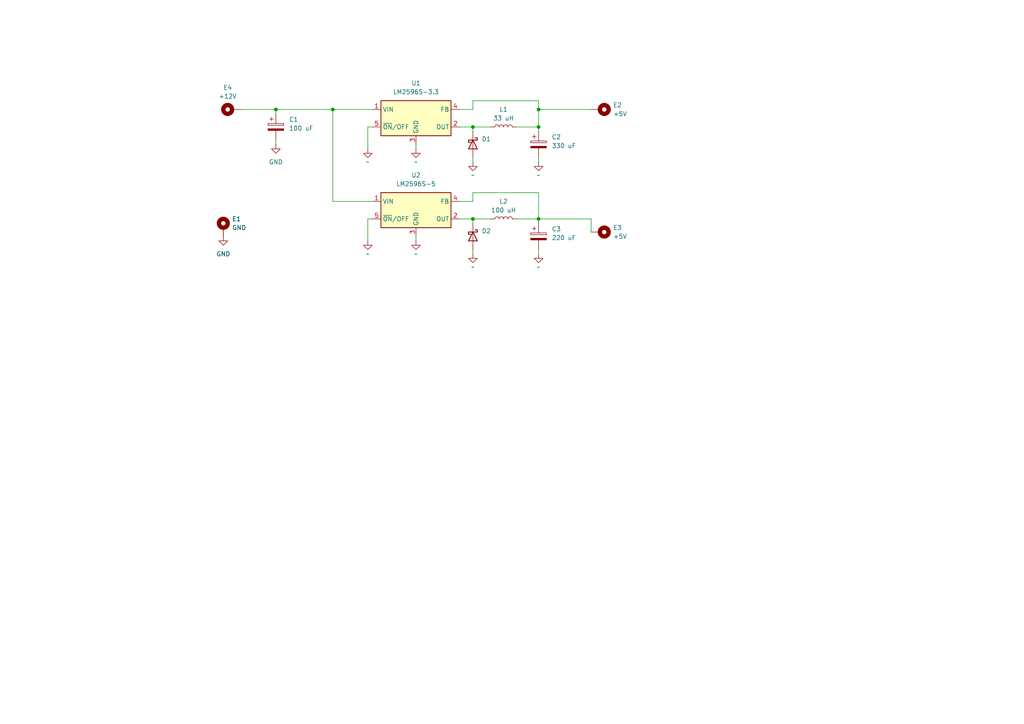
<source format=kicad_sch>
(kicad_sch (version 20231120) (generator "eeschema") (generator_version "8.0")
  (paper "A4")
  (lib_symbols
    (symbol "Device:C_Polarized" (pin_numbers hide) (pin_names (offset 0.254))
      (property "Reference" "C" (at 0.635 2.54 0))
      (property "Value" "C_Polarized" (at 0.635 -2.54 0))
      (symbol "C_Polarized_0_1"
        (rectangle (start -2.286 0.508) (end 2.286 1.016))
        (polyline (pts (xy -1.778 2.286) (xy -0.762 2.286)))
        (polyline (pts (xy -1.27 2.794) (xy -1.27 1.778)))
        (rectangle (start 2.286 -0.508) (end -2.286 -1.016) (fill (type outline)))
      )
      (symbol "C_Polarized_1_1"
        (pin passive line (at 0 3.81 270) (length 2.794) (name "~") (number "1"))
        (pin passive line (at 0 -3.81 90) (length 2.794) (name "~") (number "2"))
      )
    )
    (symbol "Device:L" (pin_numbers hide) (pin_names (offset 1.016) hide)
      (property "Reference" "L" (at -1.27 0 90))
      (property "Value" "L" (at 1.905 0 90))
      (symbol "L_0_1"
        (arc (start 0 -2.54) (mid 0.6323 -1.905) (end 0 -1.27))
        (arc (start 0 -1.27) (mid 0.6323 -0.635) (end 0 0))
        (arc (start 0 0) (mid 0.6323 0.635) (end 0 1.27))
        (arc (start 0 1.27) (mid 0.6323 1.905) (end 0 2.54))
      )
      (symbol "L_1_1"
        (pin passive line (at 0 3.81 270) (length 1.27) (name "1") (number "1"))
        (pin passive line (at 0 -3.81 90) (length 1.27) (name "2") (number "2"))
      )
    )
    (symbol "Diode:SS14" (pin_numbers hide) (pin_names (offset 1.016) hide)
      (property "Reference" "D" (at 0 2.54 0))
      (property "Value" "SS14" (at 0 -2.54 0))
      (symbol "SS14_0_1"
        (polyline (pts (xy 1.27 0) (xy -1.27 0)))
        (polyline (pts (xy 1.27 1.27) (xy 1.27 -1.27) (xy -1.27 0) (xy 1.27 1.27)) (stroke (width 0.254)))
        (polyline (pts (xy -1.905 0.635) (xy -1.905 1.27) (xy -1.27 1.27) (xy -1.27 -1.27) (xy -0.635 -1.27) (xy -0.635 -0.635)) (stroke (width 0.254)))
      )
      (symbol "SS14_1_1"
        (pin passive line (at -3.81 0 0) (length 2.54) (name "K") (number "1"))
        (pin passive line (at 3.81 0 180) (length 2.54) (name "A") (number "2"))
      )
    )
    (symbol "Mechanical:MountingHole_Pad" (pin_numbers hide) (pin_names (offset 1.016) hide) (exclude_from_sim yes) (in_bom no)
      (property "Reference" "H" (at 0 6.35 0))
      (property "Value" "MountingHole_Pad" (at 0 4.445 0))
      (symbol "MountingHole_Pad_0_1"
        (circle (center 0 1.27) (radius 1.27) (stroke (width 1.27)))
      )
      (symbol "MountingHole_Pad_1_1"
        (pin input line (at 0 -2.54 90) (length 2.54) (name "1") (number "1"))
      )
    )
    (symbol "Regulator_Switching:LM2596S-3.3"
      (property "Reference" "U" (at -10.16 6.35 0))
      (property "Value" "LM2596S-3.3" (at 0 6.35 0))
      (symbol "LM2596S-3.3_0_1"
        (rectangle (start -10.16 5.08) (end 10.16 -5.08) (stroke (width 0.254)) (fill (type background)))
      )
      (symbol "LM2596S-3.3_1_1"
        (pin power_in line (at -12.7 2.54 0) (length 2.54) (name "VIN") (number "1"))
        (pin output line (at 12.7 -2.54 180) (length 2.54) (name "OUT") (number "2"))
        (pin power_in line (at 0 -7.62 90) (length 2.54) (name "GND") (number "3"))
        (pin input line (at 12.7 2.54 180) (length 2.54) (name "FB") (number "4"))
        (pin input line (at -12.7 -2.54 0) (length 2.54) (name "~{ON}/OFF") (number "5"))
      )
    )
    (symbol "Regulator_Switching:LM2596S-5"
      (property "Reference" "U" (at -10.16 6.35 0))
      (property "Value" "LM2596S-5" (at 0 6.35 0))
      (symbol "LM2596S-5_0_1"
        (rectangle (start -10.16 5.08) (end 10.16 -5.08) (stroke (width 0.254)) (fill (type background)))
      )
      (symbol "LM2596S-5_1_1"
        (pin power_in line (at -12.7 2.54 0) (length 2.54) (name "VIN") (number "1"))
        (pin output line (at 12.7 -2.54 180) (length 2.54) (name "OUT") (number "2"))
        (pin power_in line (at 0 -7.62 90) (length 2.54) (name "GND") (number "3"))
        (pin input line (at 12.7 2.54 180) (length 2.54) (name "FB") (number "4"))
        (pin input line (at -12.7 -2.54 0) (length 2.54) (name "~{ON}/OFF") (number "5"))
      )
    )
    (symbol "power:GND" (power) (pin_numbers hide) (pin_names (offset 0) hide)
      (property "Value" "GND" (at 0 -3.81 0))
      (symbol "GND_0_1"
        (polyline (pts (xy 0 0) (xy 0 -1.27) (xy 1.27 -1.27) (xy 0 -2.54) (xy -1.27 -1.27) (xy 0 -1.27)))
      )
      (symbol "GND_1_1"
        (pin power_in line (at 0 0 270) (length 0) (name "~") (number "1"))
      )
    )
  )
  (junction (at 80.01 31.75))
  (junction (at 156.21 36.83))
  (junction (at 137.16 63.5))
  (junction (at 156.21 63.5))
  (junction (at 96.52 31.75))
  (junction (at 137.16 36.83))
  (junction (at 156.21 31.75))
  (wire (pts (xy 133.35 63.5) (xy 137.16 63.5)))
  (wire (pts (xy 149.86 63.5) (xy 156.21 63.5)))
  (wire (pts (xy 106.68 36.83) (xy 107.95 36.83)))
  (wire (pts (xy 156.21 45.72) (xy 156.21 46.99)))
  (wire (pts (xy 156.21 63.5) (xy 171.45 63.5)))
  (wire (pts (xy 137.16 72.39) (xy 137.16 73.66)))
  (wire (pts (xy 106.68 63.5) (xy 107.95 63.5)))
  (wire (pts (xy 96.52 31.75) (xy 96.52 58.42)))
  (wire (pts (xy 156.21 72.39) (xy 156.21 73.66)))
  (wire (pts (xy 69.85 31.75) (xy 80.01 31.75)))
  (wire (pts (xy 171.45 31.75) (xy 156.21 31.75)))
  (wire (pts (xy 137.16 63.5) (xy 142.24 63.5)))
  (wire (pts (xy 149.86 36.83) (xy 156.21 36.83)))
  (wire (pts (xy 137.16 31.75) (xy 133.35 31.75)))
  (wire (pts (xy 133.35 36.83) (xy 137.16 36.83)))
  (wire (pts (xy 96.52 31.75) (xy 107.95 31.75)))
  (wire (pts (xy 137.16 45.72) (xy 137.16 46.99)))
  (wire (pts (xy 156.21 31.75) (xy 156.21 36.83)))
  (wire (pts (xy 137.16 63.5) (xy 137.16 64.77)))
  (wire (pts (xy 106.68 43.18) (xy 106.68 36.83)))
  (wire (pts (xy 156.21 64.77) (xy 156.21 63.5)))
  (wire (pts (xy 106.68 69.85) (xy 106.68 63.5)))
  (wire (pts (xy 120.65 41.91) (xy 120.65 43.18)))
  (wire (pts (xy 156.21 29.21) (xy 137.16 29.21)))
  (wire (pts (xy 137.16 36.83) (xy 137.16 38.1)))
  (wire (pts (xy 156.21 31.75) (xy 156.21 29.21)))
  (wire (pts (xy 80.01 31.75) (xy 96.52 31.75)))
  (wire (pts (xy 80.01 31.75) (xy 80.01 33.02)))
  (wire (pts (xy 137.16 29.21) (xy 137.16 31.75)))
  (wire (pts (xy 137.16 36.83) (xy 142.24 36.83)))
  (wire (pts (xy 156.21 55.88) (xy 137.16 55.88)))
  (wire (pts (xy 120.65 68.58) (xy 120.65 69.85)))
  (wire (pts (xy 171.45 63.5) (xy 171.45 67.31)))
  (wire (pts (xy 137.16 58.42) (xy 133.35 58.42)))
  (wire (pts (xy 156.21 63.5) (xy 156.21 55.88)))
  (wire (pts (xy 137.16 55.88) (xy 137.16 58.42)))
  (wire (pts (xy 107.95 58.42) (xy 96.52 58.42)))
  (wire (pts (xy 156.21 38.1) (xy 156.21 36.83)))
  (wire (pts (xy 80.01 40.64) (xy 80.01 41.91)))
  (symbol (lib_id "power:GND") (at 106.68 69.85 0) (unit 1)
    (property "Reference" "#PWR07" (effects (hide yes)))
    (property "Value" "~" (at 106.68 73.66 0))
    (property "Description" "Power symbol creates a global label with name \"GND\" , ground" (effects (hide yes)))
  )
  (symbol (lib_id "power:GND") (at 80.01 41.91 0) (unit 1)
    (property "Reference" "#PWR02" (effects (hide yes)))
    (property "Value" "GND" (at 80.01 46.99 0))
    (property "Description" "Power symbol creates a global label with name \"GND\" , ground" (effects (hide yes)))
  )
  (symbol (lib_id "power:GND") (at 156.21 73.66 0) (unit 1)
    (property "Reference" "#PWR010" (effects (hide yes)))
    (property "Value" "~" (at 156.21 77.47 0))
    (property "Description" "Power symbol creates a global label with name \"GND\" , ground" (effects (hide yes)))
  )
  (symbol (lib_id "Device:L") (at 146.05 36.83 90) (unit 1)
    (property "Reference" "L1" (at 146.05 31.75 90))
    (property "Value" "33 uH" (at 146.05 34.29 90))
    (property "Footprint" "Inductor_SMD:L_Bourns_SRR1208_12.7x12.7mm" (effects (hide yes)))
    (property "Description" "L: 33 µH  DCR: 76 mΩ  IDC: 3.4 A" (effects (hide yes)))
  )
  (symbol (lib_id "Mechanical:MountingHole_Pad") (at 173.99 67.31 270) (unit 1) (exclude_from_sim yes) (in_bom no)
    (property "Reference" "E3" (at 177.8 66.0399 90) (effects (justify left)))
    (property "Value" "+5V" (at 177.8 68.5799 90) (effects (justify left)))
    (property "Footprint" "MountingHole:MountingHole_4.5mm_Pad_TopOnly" (effects (hide yes)))
    (property "Description" "Mounting Hole with connection" (effects (hide yes)))
  )
  (symbol (lib_id "power:GND") (at 137.16 46.99 0) (unit 1)
    (property "Reference" "#PWR05" (effects (hide yes)))
    (property "Value" "~" (at 137.16 50.8 0))
    (property "Description" "Power symbol creates a global label with name \"GND\" , ground" (effects (hide yes)))
  )
  (symbol (lib_id "power:GND") (at 106.68 43.18 0) (unit 1)
    (property "Reference" "#PWR03" (effects (hide yes)))
    (property "Value" "~" (at 106.68 46.99 0))
    (property "Description" "Power symbol creates a global label with name \"GND\" , ground" (effects (hide yes)))
  )
  (symbol (lib_id "Diode:SS14") (at 137.16 68.58 270) (unit 1)
    (property "Reference" "D2" (at 139.7 66.9924 90) (effects (justify left)))
    (property "Value" "SS14" (effects (hide yes)))
    (property "Footprint" "Diode_SMD:D_SMA" (effects (hide yes)))
    (property "Datasheet" "https://www.vishay.com/docs/88746/ss12.pdf" (effects (hide yes)))
    (property "Description" "Type: Schottky  VRRM: 40 V  Io: 2 A" (effects (hide yes)))
  )
  (symbol (lib_id "power:GND") (at 156.21 46.99 0) (unit 1)
    (property "Reference" "#PWR06" (effects (hide yes)))
    (property "Value" "~" (at 156.21 50.8 0))
    (property "Description" "Power symbol creates a global label with name \"GND\" , ground" (effects (hide yes)))
  )
  (symbol (lib_id "Device:C_Polarized") (at 156.21 68.58 0) (unit 1)
    (property "Reference" "C3" (at 160.02 66.4209 0) (effects (justify left)))
    (property "Value" "220 uF" (at 160.02 68.9609 0) (effects (justify left)))
    (property "Footprint" "Capacitor_THT:C_Radial_D6.3mm_H5.0mm_P2.50mm" (effects (hide yes)))
    (property "Description" "Cap = 220 µF Total Derated Cap = 220 µF VDC = 50 V ESR = 300 mΩ Package = G" (effects (hide yes)))
  )
  (symbol (lib_id "Device:L") (at 146.05 63.5 90) (unit 1)
    (property "Reference" "L2" (at 146.05 58.42 90))
    (property "Value" "100 uH" (at 146.05 60.96 90))
    (property "Footprint" "Inductor_SMD:L_Bourns_SRR1208_12.7x12.7mm" (effects (hide yes)))
    (property "Description" "L = 100 µH DCR = 190 mΩ IDC = 1.8 A" (effects (hide yes)))
  )
  (symbol (lib_id "Mechanical:MountingHole_Pad") (at 64.77 66.04 0) (unit 1) (exclude_from_sim yes) (in_bom no)
    (property "Reference" "E1" (at 67.31 63.4999 0) (effects (justify left)))
    (property "Value" "GND" (at 67.31 66.0399 0) (effects (justify left)))
    (property "Footprint" "MountingHole:MountingHole_4mm_Pad_TopBottom" (effects (hide yes)))
    (property "Description" "Mounting Hole with connection" (effects (hide yes)))
  )
  (symbol (lib_id "power:GND") (at 137.16 73.66 0) (unit 1)
    (property "Reference" "#PWR09" (effects (hide yes)))
    (property "Value" "~" (at 137.16 77.47 0))
    (property "Description" "Power symbol creates a global label with name \"GND\" , ground" (effects (hide yes)))
  )
  (symbol (lib_id "Mechanical:MountingHole_Pad") (at 67.31 31.75 90) (unit 1) (exclude_from_sim yes) (in_bom no)
    (property "Reference" "E4" (at 66.04 25.4 90))
    (property "Value" "+12V" (at 66.04 27.94 90))
    (property "Footprint" "MountingHole:MountingHole_4.5mm_Pad_TopOnly" (effects (hide yes)))
    (property "Description" "Mounting Hole with connection" (effects (hide yes)))
  )
  (symbol (lib_id "power:GND") (at 120.65 43.18 0) (unit 1)
    (property "Reference" "#PWR04" (effects (hide yes)))
    (property "Value" "~" (at 120.65 46.99 0))
    (property "Description" "Power symbol creates a global label with name \"GND\" , ground" (effects (hide yes)))
  )
  (symbol (lib_id "Mechanical:MountingHole_Pad") (at 173.99 31.75 270) (unit 1) (exclude_from_sim yes) (in_bom no)
    (property "Reference" "E2" (at 177.8 30.4799 90) (effects (justify left)))
    (property "Value" "+5V" (at 177.8 33.0199 90) (effects (justify left)))
    (property "Footprint" "MountingHole:MountingHole_4.5mm_Pad_TopOnly" (effects (hide yes)))
    (property "Description" "Mounting Hole with connection" (effects (hide yes)))
  )
  (symbol (lib_id "Regulator_Switching:LM2596S-5") (at 120.65 60.96 0) (unit 1)
    (property "Reference" "U2" (at 120.65 50.8 0))
    (property "Value" "LM2596S-5" (at 120.65 53.34 0))
    (property "Footprint" "Package_TO_SOT_SMD:TO-263-5_TabPin3" (effects (hide yes)))
    (property "Datasheet" "http://www.ti.com/lit/ds/symlink/lm2596.pdf" (effects (hide yes)))
    (property "Description" "5V 3A Step-Down Voltage Regulator, TO-263" (effects (hide yes)))
  )
  (symbol (lib_id "power:GND") (at 64.77 68.58 0) (unit 1)
    (property "Reference" "#PWR01" (effects (hide yes)))
    (property "Value" "GND" (at 64.77 73.66 0))
    (property "Description" "Power symbol creates a global label with name \"GND\" , ground" (effects (hide yes)))
  )
  (symbol (lib_id "Device:C_Polarized") (at 156.21 41.91 0) (unit 1)
    (property "Reference" "C2" (at 160.02 39.7509 0) (effects (justify left)))
    (property "Value" "330 uF" (at 160.02 42.2909 0) (effects (justify left)))
    (property "Footprint" "Capacitor_THT:C_Radial_D6.3mm_H5.0mm_P2.50mm" (effects (hide yes)))
    (property "Description" "Cap: 330 µF  Total Derated Cap: 660 µF  VDC: 100 V  ESR: 153 mΩ  Package: K16" (effects (hide yes)))
  )
  (symbol (lib_id "Diode:SS14") (at 137.16 41.91 270) (unit 1)
    (property "Reference" "D1" (at 139.7 40.3224 90) (effects (justify left)))
    (property "Value" "SS14" (effects (hide yes)))
    (property "Footprint" "Diode_SMD:D_SMA" (effects (hide yes)))
    (property "Datasheet" "https://www.vishay.com/docs/88746/ss12.pdf" (effects (hide yes)))
    (property "Description" "Type: Schottky  VRRM: 40 V  Io: 2 A" (effects (hide yes)))
  )
  (symbol (lib_id "Regulator_Switching:LM2596S-3.3") (at 120.65 34.29 0) (unit 1)
    (property "Reference" "U1" (at 120.65 24.13 0))
    (property "Value" "LM2596S-3.3" (at 120.65 26.67 0))
    (property "Footprint" "Package_TO_SOT_SMD:TO-263-5_TabPin3" (effects (hide yes)))
    (property "Datasheet" "http://www.ti.com/lit/ds/symlink/lm2596.pdf" (effects (hide yes)))
    (property "Description" "3.3V 3A Step-Down Voltage Regulator, TO-263" (effects (hide yes)))
  )
  (symbol (lib_id "Device:C_Polarized") (at 80.01 36.83 0) (unit 1)
    (property "Reference" "C1" (at 83.82 34.6709 0) (effects (justify left)))
    (property "Value" "100 uF" (at 83.82 37.2109 0) (effects (justify left)))
    (property "Footprint" "Capacitor_THT:C_Radial_D6.3mm_H5.0mm_P2.50mm" (effects (hide yes)))
    (property "Description" "Cap: 100 µF  Total Derated Cap: 100 µF  VDC: 16 V  ESR: 24 mΩ  Package: 6.3x6" (effects (hide yes)))
  )
  (symbol (lib_id "power:GND") (at 120.65 69.85 0) (unit 1)
    (property "Reference" "#PWR08" (effects (hide yes)))
    (property "Value" "~" (at 120.65 73.66 0))
    (property "Description" "Power symbol creates a global label with name \"GND\" , ground" (effects (hide yes)))
  )
)
</source>
